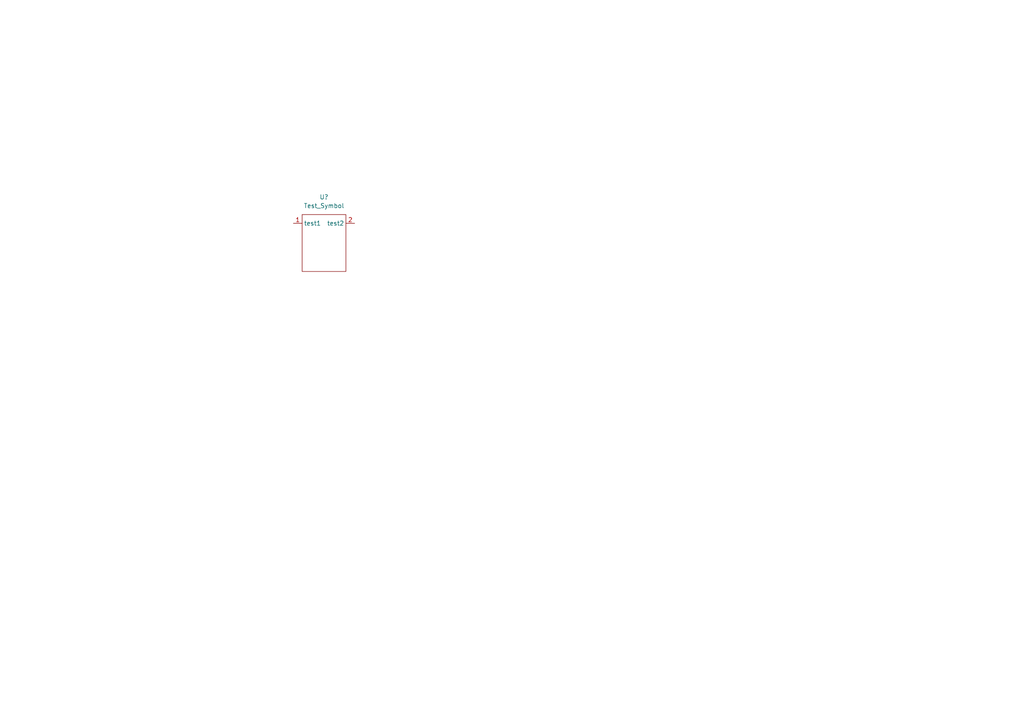
<source format=kicad_sch>
(kicad_sch (version 20211123) (generator eeschema)
  (paper "A4")
  (lib_symbols
    (symbol "tb-libs:Test_Symbol"
      (property "Reference" "U" (at 0 8.89 0))
      (property "Value" "Test_Symbol" (at 0 11.43 0))
      (symbol "Test_Symbol_0_1"
        (rectangle (start -6.35 6.35) (end 6.35 -10.16))
      )
      (symbol "Test_Symbol_1_1"
        (pin unspecified line (at -8.89 3.81 0) (length 2.54) (name "test1") (number "1"))
        (pin unspecified line (at 8.89 3.81 180) (length 2.54) (name "test2") (number "2"))
      )
    )
  )
  (symbol (lib_id "tb-libs:Test_Symbol") (at 93.98 68.58 0) (unit 1)
    (property "Reference" "U?" (at 93.98 57.15 0))
    (property "Value" "Test_Symbol" (at 93.98 59.69 0))
  )
)
</source>
